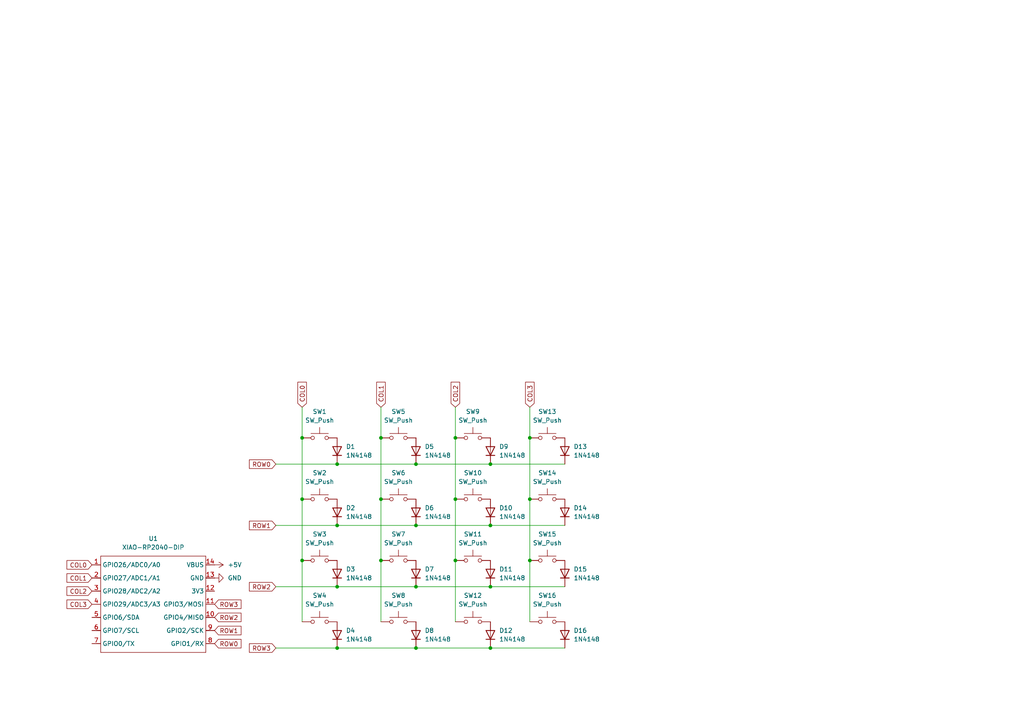
<source format=kicad_sch>
(kicad_sch (version 20231120) (generator "eeschema") (generator_version "8.0")
  (paper "A4")
  (lib_symbols
    (symbol "Diode:1N4148" (pin_numbers hide) (pin_names hide)
      (property "Reference" "D" (at 0 2.54 0))
      (property "Value" "1N4148" (at 0 -2.54 0))
      (symbol "1N4148_0_1"
        (polyline (pts (xy -1.27 1.27) (xy -1.27 -1.27)) (stroke (width 0.254)))
        (polyline (pts (xy 1.27 0) (xy -1.27 0)))
        (polyline (pts (xy 1.27 1.27) (xy 1.27 -1.27) (xy -1.27 0) (xy 1.27 1.27)) (stroke (width 0.254)))
      )
      (symbol "1N4148_1_1"
        (pin passive line (at -3.81 0 0) (length 2.54) (name "K") (number "1"))
        (pin passive line (at 3.81 0 180) (length 2.54) (name "A") (number "2"))
      )
    )
    (symbol "OPL:XIAO-RP2040-DIP"
      (property "Reference" "U" (at 0 0 0))
      (property "Value" "XIAO-RP2040-DIP" (at 5.334 -1.778 0))
      (symbol "XIAO-RP2040-DIP_1_0"
        (polyline (pts (xy -1.27 -30.48) (xy -1.27 -16.51)) (stroke (width 0.1524)))
        (polyline (pts (xy -1.27 -27.94) (xy -2.54 -27.94)) (stroke (width 0.1524)))
        (polyline (pts (xy -1.27 -24.13) (xy -2.54 -24.13)) (stroke (width 0.1524)))
        (polyline (pts (xy -1.27 -20.32) (xy -2.54 -20.32)) (stroke (width 0.1524)))
        (polyline (pts (xy -1.27 -16.51) (xy -2.54 -16.51)) (stroke (width 0.1524)))
        (polyline (pts (xy -1.27 -16.51) (xy -1.27 -12.7)) (stroke (width 0.1524)))
        (polyline (pts (xy -1.27 -12.7) (xy -2.54 -12.7)) (stroke (width 0.1524)))
        (polyline (pts (xy -1.27 -12.7) (xy -1.27 -8.89)) (stroke (width 0.1524)))
        (polyline (pts (xy -1.27 -8.89) (xy -2.54 -8.89)) (stroke (width 0.1524)))
        (polyline (pts (xy -1.27 -8.89) (xy -1.27 -5.08)) (stroke (width 0.1524)))
        (polyline (pts (xy -1.27 -5.08) (xy -2.54 -5.08)) (stroke (width 0.1524)))
        (polyline (pts (xy -1.27 -5.08) (xy -1.27 -2.54)) (stroke (width 0.1524)))
        (polyline (pts (xy -1.27 -2.54) (xy 29.21 -2.54)) (stroke (width 0.1524)))
        (polyline (pts (xy 29.21 -30.48) (xy -1.27 -30.48)) (stroke (width 0.1524)))
        (polyline (pts (xy 29.21 -12.7) (xy 29.21 -30.48)) (stroke (width 0.1524)))
        (polyline (pts (xy 29.21 -8.89) (xy 29.21 -12.7)) (stroke (width 0.1524)))
        (polyline (pts (xy 29.21 -5.08) (xy 29.21 -8.89)) (stroke (width 0.1524)))
        (polyline (pts (xy 29.21 -2.54) (xy 29.21 -5.08)) (stroke (width 0.1524)))
        (polyline (pts (xy 30.48 -27.94) (xy 29.21 -27.94)) (stroke (width 0.1524)))
        (polyline (pts (xy 30.48 -24.13) (xy 29.21 -24.13)) (stroke (width 0.1524)))
        (polyline (pts (xy 30.48 -20.32) (xy 29.21 -20.32)) (stroke (width 0.1524)))
        (polyline (pts (xy 30.48 -16.51) (xy 29.21 -16.51)) (stroke (width 0.1524)))
        (polyline (pts (xy 30.48 -12.7) (xy 29.21 -12.7)) (stroke (width 0.1524)))
        (polyline (pts (xy 30.48 -8.89) (xy 29.21 -8.89)) (stroke (width 0.1524)))
        (polyline (pts (xy 30.48 -5.08) (xy 29.21 -5.08)) (stroke (width 0.1524)))
        (pin passive line (at -3.81 -5.08 0) (length 2.54) (name "GPIO26/ADC0/A0") (number "1"))
        (pin passive line (at 31.75 -20.32 180) (length 2.54) (name "GPIO4/MISO") (number "10"))
        (pin passive line (at 31.75 -16.51 180) (length 2.54) (name "GPIO3/MOSI") (number "11"))
        (pin passive line (at 31.75 -12.7 180) (length 2.54) (name "3V3") (number "12"))
        (pin passive line (at 31.75 -8.89 180) (length 2.54) (name "GND") (number "13"))
        (pin passive line (at 31.75 -5.08 180) (length 2.54) (name "VBUS") (number "14"))
        (pin passive line (at -3.81 -8.89 0) (length 2.54) (name "GPIO27/ADC1/A1") (number "2"))
        (pin passive line (at -3.81 -12.7 0) (length 2.54) (name "GPIO28/ADC2/A2") (number "3"))
        (pin passive line (at -3.81 -16.51 0) (length 2.54) (name "GPIO29/ADC3/A3") (number "4"))
        (pin passive line (at -3.81 -20.32 0) (length 2.54) (name "GPIO6/SDA") (number "5"))
        (pin passive line (at -3.81 -24.13 0) (length 2.54) (name "GPIO7/SCL") (number "6"))
        (pin passive line (at -3.81 -27.94 0) (length 2.54) (name "GPIO0/TX") (number "7"))
        (pin passive line (at 31.75 -27.94 180) (length 2.54) (name "GPIO1/RX") (number "8"))
        (pin passive line (at 31.75 -24.13 180) (length 2.54) (name "GPIO2/SCK") (number "9"))
      )
    )
    (symbol "Switch:SW_Push" (pin_numbers hide) (pin_names (offset 1.016) hide)
      (property "Reference" "SW" (at 1.27 2.54 0))
      (property "Value" "SW_Push" (at 0 -1.524 0))
      (symbol "SW_Push_0_1"
        (circle (center -2.032 0) (radius 0.508))
        (polyline (pts (xy 0 1.27) (xy 0 3.048)))
        (polyline (pts (xy 2.54 1.27) (xy -2.54 1.27)))
        (circle (center 2.032 0) (radius 0.508))
        (pin passive line (at -5.08 0 0) (length 2.54) (name "1") (number "1"))
        (pin passive line (at 5.08 0 180) (length 2.54) (name "2") (number "2"))
      )
    )
    (symbol "power:+5V" (power) (pin_numbers hide) (pin_names (offset 0) hide)
      (property "Value" "+5V" (at 0 3.556 0))
      (symbol "+5V_0_1"
        (polyline (pts (xy -0.762 1.27) (xy 0 2.54)))
        (polyline (pts (xy 0 0) (xy 0 2.54)))
        (polyline (pts (xy 0 2.54) (xy 0.762 1.27)))
      )
      (symbol "+5V_1_1"
        (pin power_in line (at 0 0 90) (length 0) (name "~") (number "1"))
      )
    )
    (symbol "power:GND" (power) (pin_numbers hide) (pin_names (offset 0) hide)
      (property "Value" "GND" (at 0 -3.81 0))
      (symbol "GND_0_1"
        (polyline (pts (xy 0 0) (xy 0 -1.27) (xy 1.27 -1.27) (xy 0 -2.54) (xy -1.27 -1.27) (xy 0 -1.27)))
      )
      (symbol "GND_1_1"
        (pin power_in line (at 0 0 270) (length 0) (name "~") (number "1"))
      )
    )
  )
  (junction (at 120.65 170.18))
  (junction (at 153.67 127))
  (junction (at 97.79 187.96))
  (junction (at 153.67 162.56))
  (junction (at 132.08 144.78))
  (junction (at 87.63 127))
  (junction (at 120.65 134.62))
  (junction (at 110.49 162.56))
  (junction (at 142.24 134.62))
  (junction (at 132.08 127))
  (junction (at 120.65 187.96))
  (junction (at 110.49 127))
  (junction (at 97.79 152.4))
  (junction (at 142.24 170.18))
  (junction (at 110.49 144.78))
  (junction (at 153.67 144.78))
  (junction (at 142.24 152.4))
  (junction (at 87.63 162.56))
  (junction (at 132.08 162.56))
  (junction (at 142.24 187.96))
  (junction (at 87.63 144.78))
  (junction (at 120.65 152.4))
  (junction (at 97.79 170.18))
  (junction (at 97.79 134.62))
  (wire (pts (xy 110.49 118.11) (xy 110.49 127)))
  (wire (pts (xy 132.08 162.56) (xy 132.08 180.34)))
  (wire (pts (xy 97.79 152.4) (xy 120.65 152.4)))
  (wire (pts (xy 142.24 187.96) (xy 163.83 187.96)))
  (wire (pts (xy 80.01 170.18) (xy 97.79 170.18)))
  (wire (pts (xy 132.08 144.78) (xy 132.08 162.56)))
  (wire (pts (xy 142.24 134.62) (xy 163.83 134.62)))
  (wire (pts (xy 87.63 127) (xy 87.63 144.78)))
  (wire (pts (xy 142.24 152.4) (xy 163.83 152.4)))
  (wire (pts (xy 153.67 118.11) (xy 153.67 127)))
  (wire (pts (xy 97.79 187.96) (xy 120.65 187.96)))
  (wire (pts (xy 132.08 127) (xy 132.08 144.78)))
  (wire (pts (xy 120.65 152.4) (xy 142.24 152.4)))
  (wire (pts (xy 120.65 134.62) (xy 142.24 134.62)))
  (wire (pts (xy 110.49 162.56) (xy 110.49 180.34)))
  (wire (pts (xy 80.01 152.4) (xy 97.79 152.4)))
  (wire (pts (xy 87.63 162.56) (xy 87.63 180.34)))
  (wire (pts (xy 153.67 162.56) (xy 153.67 180.34)))
  (wire (pts (xy 120.65 187.96) (xy 142.24 187.96)))
  (wire (pts (xy 87.63 144.78) (xy 87.63 162.56)))
  (wire (pts (xy 110.49 144.78) (xy 110.49 162.56)))
  (wire (pts (xy 153.67 144.78) (xy 153.67 162.56)))
  (wire (pts (xy 153.67 127) (xy 153.67 144.78)))
  (wire (pts (xy 80.01 134.62) (xy 97.79 134.62)))
  (wire (pts (xy 80.01 187.96) (xy 97.79 187.96)))
  (wire (pts (xy 132.08 118.11) (xy 132.08 127)))
  (wire (pts (xy 110.49 127) (xy 110.49 144.78)))
  (wire (pts (xy 120.65 170.18) (xy 142.24 170.18)))
  (wire (pts (xy 87.63 118.11) (xy 87.63 127)))
  (wire (pts (xy 97.79 170.18) (xy 120.65 170.18)))
  (wire (pts (xy 97.79 134.62) (xy 120.65 134.62)))
  (wire (pts (xy 142.24 170.18) (xy 163.83 170.18)))
  (global_label "ROW3" (shape input) (at 62.23 175.26 0) (property "Intersheetrefs" "${INTERSHEET_REFS}" (effects (hide yes))))
  (global_label "COL1" (shape input) (at 26.67 167.64 180) (property "Intersheetrefs" "${INTERSHEET_REFS}" (effects (hide yes))))
  (global_label "ROW1" (shape input) (at 62.23 182.88 0) (property "Intersheetrefs" "${INTERSHEET_REFS}" (effects (hide yes))))
  (global_label "ROW2" (shape input) (at 62.23 179.07 0) (property "Intersheetrefs" "${INTERSHEET_REFS}" (effects (hide yes))))
  (global_label "COL2" (shape input) (at 26.67 171.45 180) (property "Intersheetrefs" "${INTERSHEET_REFS}" (effects (hide yes))))
  (global_label "COL2" (shape input) (at 132.08 118.11 90) (property "Intersheetrefs" "${INTERSHEET_REFS}" (effects (hide yes))))
  (global_label "COL0" (shape input) (at 87.63 118.11 90) (property "Intersheetrefs" "${INTERSHEET_REFS}" (effects (hide yes))))
  (global_label "COL0" (shape input) (at 26.67 163.83 180) (property "Intersheetrefs" "${INTERSHEET_REFS}" (effects (hide yes))))
  (global_label "COL3" (shape input) (at 26.67 175.26 180) (property "Intersheetrefs" "${INTERSHEET_REFS}" (effects (hide yes))))
  (global_label "ROW2" (shape input) (at 80.01 170.18 180) (property "Intersheetrefs" "${INTERSHEET_REFS}" (effects (hide yes))))
  (global_label "ROW3" (shape input) (at 80.01 187.96 180) (property "Intersheetrefs" "${INTERSHEET_REFS}" (effects (hide yes))))
  (global_label "COL3" (shape input) (at 153.67 118.11 90) (property "Intersheetrefs" "${INTERSHEET_REFS}" (effects (hide yes))))
  (global_label "ROW1" (shape input) (at 80.01 152.4 180) (property "Intersheetrefs" "${INTERSHEET_REFS}" (effects (hide yes))))
  (global_label "ROW0" (shape input) (at 80.01 134.62 180) (property "Intersheetrefs" "${INTERSHEET_REFS}" (effects (hide yes))))
  (global_label "ROW0" (shape input) (at 62.23 186.69 0) (property "Intersheetrefs" "${INTERSHEET_REFS}" (effects (hide yes))))
  (global_label "COL1" (shape input) (at 110.49 118.11 90) (property "Intersheetrefs" "${INTERSHEET_REFS}" (effects (hide yes))))
  (symbol (lib_id "Switch:SW_Push") (at 137.16 162.56 0) (unit 1)
    (property "Reference" "SW11" (at 137.16 154.94 0))
    (property "Value" "SW_Push" (at 137.16 157.48 0))
    (property "Footprint" "Button_Switch_Keyboard:SW_Cherry_MX_1.00u_PCB" (effects (hide yes)))
    (property "Description" "Push button switch, generic, two pins" (effects (hide yes)))
  )
  (symbol (lib_id "Diode:1N4148") (at 97.79 130.81 90) (unit 1)
    (property "Reference" "D1" (at 100.33 129.5399 90) (effects (justify right)))
    (property "Value" "1N4148" (at 100.33 132.0799 90) (effects (justify right)))
    (property "Footprint" "Diode_THT:D_DO-35_SOD27_P7.62mm_Horizontal" (effects (hide yes)))
    (property "Datasheet" "https://assets.nexperia.com/documents/data-sheet/1N4148_1N4448.pdf" (effects (hide yes)))
    (property "Description" "100V 0.15A standard switching diode, DO-35" (effects (hide yes)))
    (property "Sim.Device" "D" (effects (hide yes)))
    (property "Sim.Pins" "1=K 2=A" (effects (hide yes)))
  )
  (symbol (lib_id "Switch:SW_Push") (at 92.71 180.34 0) (unit 1)
    (property "Reference" "SW4" (at 92.71 172.72 0))
    (property "Value" "SW_Push" (at 92.71 175.26 0))
    (property "Footprint" "Button_Switch_Keyboard:SW_Cherry_MX_1.00u_PCB" (effects (hide yes)))
    (property "Description" "Push button switch, generic, two pins" (effects (hide yes)))
  )
  (symbol (lib_id "Diode:1N4148") (at 97.79 166.37 90) (unit 1)
    (property "Reference" "D3" (at 100.33 165.0999 90) (effects (justify right)))
    (property "Value" "1N4148" (at 100.33 167.6399 90) (effects (justify right)))
    (property "Footprint" "Diode_THT:D_DO-35_SOD27_P7.62mm_Horizontal" (effects (hide yes)))
    (property "Datasheet" "https://assets.nexperia.com/documents/data-sheet/1N4148_1N4448.pdf" (effects (hide yes)))
    (property "Description" "100V 0.15A standard switching diode, DO-35" (effects (hide yes)))
    (property "Sim.Device" "D" (effects (hide yes)))
    (property "Sim.Pins" "1=K 2=A" (effects (hide yes)))
  )
  (symbol (lib_id "OPL:XIAO-RP2040-DIP") (at 30.48 158.75 0) (unit 1)
    (property "Reference" "U1" (at 44.45 156.21 0))
    (property "Value" "XIAO-RP2040-DIP" (at 44.45 158.75 0))
    (property "Footprint" "OPL:XIAO-RP2040-DIP" (effects (hide yes)))
  )
  (symbol (lib_id "Diode:1N4148") (at 97.79 184.15 90) (unit 1)
    (property "Reference" "D4" (at 100.33 182.8799 90) (effects (justify right)))
    (property "Value" "1N4148" (at 100.33 185.4199 90) (effects (justify right)))
    (property "Footprint" "Diode_THT:D_DO-35_SOD27_P7.62mm_Horizontal" (effects (hide yes)))
    (property "Datasheet" "https://assets.nexperia.com/documents/data-sheet/1N4148_1N4448.pdf" (effects (hide yes)))
    (property "Description" "100V 0.15A standard switching diode, DO-35" (effects (hide yes)))
    (property "Sim.Device" "D" (effects (hide yes)))
    (property "Sim.Pins" "1=K 2=A" (effects (hide yes)))
  )
  (symbol (lib_id "Diode:1N4148") (at 97.79 148.59 90) (unit 1)
    (property "Reference" "D2" (at 100.33 147.3199 90) (effects (justify right)))
    (property "Value" "1N4148" (at 100.33 149.8599 90) (effects (justify right)))
    (property "Footprint" "Diode_THT:D_DO-35_SOD27_P7.62mm_Horizontal" (effects (hide yes)))
    (property "Datasheet" "https://assets.nexperia.com/documents/data-sheet/1N4148_1N4448.pdf" (effects (hide yes)))
    (property "Description" "100V 0.15A standard switching diode, DO-35" (effects (hide yes)))
    (property "Sim.Device" "D" (effects (hide yes)))
    (property "Sim.Pins" "1=K 2=A" (effects (hide yes)))
  )
  (symbol (lib_id "Switch:SW_Push") (at 137.16 180.34 0) (unit 1)
    (property "Reference" "SW12" (at 137.16 172.72 0))
    (property "Value" "SW_Push" (at 137.16 175.26 0))
    (property "Footprint" "Button_Switch_Keyboard:SW_Cherry_MX_1.00u_PCB" (effects (hide yes)))
    (property "Description" "Push button switch, generic, two pins" (effects (hide yes)))
  )
  (symbol (lib_id "Switch:SW_Push") (at 158.75 127 0) (unit 1)
    (property "Reference" "SW13" (at 158.75 119.38 0))
    (property "Value" "SW_Push" (at 158.75 121.92 0))
    (property "Footprint" "Button_Switch_Keyboard:SW_Cherry_MX_1.00u_PCB" (effects (hide yes)))
    (property "Description" "Push button switch, generic, two pins" (effects (hide yes)))
  )
  (symbol (lib_id "Switch:SW_Push") (at 158.75 162.56 0) (unit 1)
    (property "Reference" "SW15" (at 158.75 154.94 0))
    (property "Value" "SW_Push" (at 158.75 157.48 0))
    (property "Footprint" "Button_Switch_Keyboard:SW_Cherry_MX_1.00u_PCB" (effects (hide yes)))
    (property "Description" "Push button switch, generic, two pins" (effects (hide yes)))
  )
  (symbol (lib_id "Switch:SW_Push") (at 158.75 180.34 0) (unit 1)
    (property "Reference" "SW16" (at 158.75 172.72 0))
    (property "Value" "SW_Push" (at 158.75 175.26 0))
    (property "Footprint" "Button_Switch_Keyboard:SW_Cherry_MX_1.00u_PCB" (effects (hide yes)))
    (property "Description" "Push button switch, generic, two pins" (effects (hide yes)))
  )
  (symbol (lib_id "Diode:1N4148") (at 142.24 130.81 90) (unit 1)
    (property "Reference" "D9" (at 144.78 129.5399 90) (effects (justify right)))
    (property "Value" "1N4148" (at 144.78 132.0799 90) (effects (justify right)))
    (property "Footprint" "Diode_THT:D_DO-35_SOD27_P7.62mm_Horizontal" (effects (hide yes)))
    (property "Datasheet" "https://assets.nexperia.com/documents/data-sheet/1N4148_1N4448.pdf" (effects (hide yes)))
    (property "Description" "100V 0.15A standard switching diode, DO-35" (effects (hide yes)))
    (property "Sim.Device" "D" (effects (hide yes)))
    (property "Sim.Pins" "1=K 2=A" (effects (hide yes)))
  )
  (symbol (lib_id "Diode:1N4148") (at 142.24 166.37 90) (unit 1)
    (property "Reference" "D11" (at 144.78 165.0999 90) (effects (justify right)))
    (property "Value" "1N4148" (at 144.78 167.6399 90) (effects (justify right)))
    (property "Footprint" "Diode_THT:D_DO-35_SOD27_P7.62mm_Horizontal" (effects (hide yes)))
    (property "Datasheet" "https://assets.nexperia.com/documents/data-sheet/1N4148_1N4448.pdf" (effects (hide yes)))
    (property "Description" "100V 0.15A standard switching diode, DO-35" (effects (hide yes)))
    (property "Sim.Device" "D" (effects (hide yes)))
    (property "Sim.Pins" "1=K 2=A" (effects (hide yes)))
  )
  (symbol (lib_id "Switch:SW_Push") (at 137.16 144.78 0) (unit 1)
    (property "Reference" "SW10" (at 137.16 137.16 0))
    (property "Value" "SW_Push" (at 137.16 139.7 0))
    (property "Footprint" "Button_Switch_Keyboard:SW_Cherry_MX_1.00u_PCB" (effects (hide yes)))
    (property "Description" "Push button switch, generic, two pins" (effects (hide yes)))
  )
  (symbol (lib_id "Switch:SW_Push") (at 137.16 127 0) (unit 1)
    (property "Reference" "SW9" (at 137.16 119.38 0))
    (property "Value" "SW_Push" (at 137.16 121.92 0))
    (property "Footprint" "Button_Switch_Keyboard:SW_Cherry_MX_1.00u_PCB" (effects (hide yes)))
    (property "Description" "Push button switch, generic, two pins" (effects (hide yes)))
  )
  (symbol (lib_id "Diode:1N4148") (at 163.83 148.59 90) (unit 1)
    (property "Reference" "D14" (at 166.37 147.3199 90) (effects (justify right)))
    (property "Value" "1N4148" (at 166.37 149.8599 90) (effects (justify right)))
    (property "Footprint" "Diode_THT:D_DO-35_SOD27_P7.62mm_Horizontal" (effects (hide yes)))
    (property "Datasheet" "https://assets.nexperia.com/documents/data-sheet/1N4148_1N4448.pdf" (effects (hide yes)))
    (property "Description" "100V 0.15A standard switching diode, DO-35" (effects (hide yes)))
    (property "Sim.Device" "D" (effects (hide yes)))
    (property "Sim.Pins" "1=K 2=A" (effects (hide yes)))
  )
  (symbol (lib_id "Diode:1N4148") (at 120.65 184.15 90) (unit 1)
    (property "Reference" "D8" (at 123.19 182.8799 90) (effects (justify right)))
    (property "Value" "1N4148" (at 123.19 185.4199 90) (effects (justify right)))
    (property "Footprint" "Diode_THT:D_DO-35_SOD27_P7.62mm_Horizontal" (effects (hide yes)))
    (property "Datasheet" "https://assets.nexperia.com/documents/data-sheet/1N4148_1N4448.pdf" (effects (hide yes)))
    (property "Description" "100V 0.15A standard switching diode, DO-35" (effects (hide yes)))
    (property "Sim.Device" "D" (effects (hide yes)))
    (property "Sim.Pins" "1=K 2=A" (effects (hide yes)))
  )
  (symbol (lib_id "Switch:SW_Push") (at 115.57 162.56 0) (unit 1)
    (property "Reference" "SW7" (at 115.57 154.94 0))
    (property "Value" "SW_Push" (at 115.57 157.48 0))
    (property "Footprint" "Button_Switch_Keyboard:SW_Cherry_MX_1.00u_PCB" (effects (hide yes)))
    (property "Description" "Push button switch, generic, two pins" (effects (hide yes)))
  )
  (symbol (lib_id "power:+5V") (at 62.23 163.83 270) (unit 1)
    (property "Reference" "#PWR03" (effects (hide yes)))
    (property "Value" "+5V" (at 66.04 163.8299 90) (effects (justify left)))
    (property "Description" "Power symbol creates a global label with name \"+5V\"" (effects (hide yes)))
  )
  (symbol (lib_id "Switch:SW_Push") (at 115.57 180.34 0) (unit 1)
    (property "Reference" "SW8" (at 115.57 172.72 0))
    (property "Value" "SW_Push" (at 115.57 175.26 0))
    (property "Footprint" "Button_Switch_Keyboard:SW_Cherry_MX_2.00u_PCB" (effects (hide yes)))
    (property "Description" "Push button switch, generic, two pins" (effects (hide yes)))
  )
  (symbol (lib_id "Diode:1N4148") (at 163.83 130.81 90) (unit 1)
    (property "Reference" "D13" (at 166.37 129.5399 90) (effects (justify right)))
    (property "Value" "1N4148" (at 166.37 132.0799 90) (effects (justify right)))
    (property "Footprint" "Diode_THT:D_DO-35_SOD27_P7.62mm_Horizontal" (effects (hide yes)))
    (property "Datasheet" "https://assets.nexperia.com/documents/data-sheet/1N4148_1N4448.pdf" (effects (hide yes)))
    (property "Description" "100V 0.15A standard switching diode, DO-35" (effects (hide yes)))
    (property "Sim.Device" "D" (effects (hide yes)))
    (property "Sim.Pins" "1=K 2=A" (effects (hide yes)))
  )
  (symbol (lib_id "Switch:SW_Push") (at 158.75 144.78 0) (unit 1)
    (property "Reference" "SW14" (at 158.75 137.16 0))
    (property "Value" "SW_Push" (at 158.75 139.7 0))
    (property "Footprint" "Button_Switch_Keyboard:SW_Cherry_MX_1.00u_PCB" (effects (hide yes)))
    (property "Description" "Push button switch, generic, two pins" (effects (hide yes)))
  )
  (symbol (lib_id "Diode:1N4148") (at 163.83 184.15 90) (unit 1)
    (property "Reference" "D16" (at 166.37 182.8799 90) (effects (justify right)))
    (property "Value" "1N4148" (at 166.37 185.4199 90) (effects (justify right)))
    (property "Footprint" "Diode_THT:D_DO-35_SOD27_P7.62mm_Horizontal" (effects (hide yes)))
    (property "Datasheet" "https://assets.nexperia.com/documents/data-sheet/1N4148_1N4448.pdf" (effects (hide yes)))
    (property "Description" "100V 0.15A standard switching diode, DO-35" (effects (hide yes)))
    (property "Sim.Device" "D" (effects (hide yes)))
    (property "Sim.Pins" "1=K 2=A" (effects (hide yes)))
  )
  (symbol (lib_id "Switch:SW_Push") (at 92.71 144.78 0) (unit 1)
    (property "Reference" "SW2" (at 92.71 137.16 0))
    (property "Value" "SW_Push" (at 92.71 139.7 0))
    (property "Footprint" "Button_Switch_Keyboard:SW_Cherry_MX_1.00u_PCB" (effects (hide yes)))
    (property "Description" "Push button switch, generic, two pins" (effects (hide yes)))
  )
  (symbol (lib_id "Switch:SW_Push") (at 115.57 127 0) (unit 1)
    (property "Reference" "SW5" (at 115.57 119.38 0))
    (property "Value" "SW_Push" (at 115.57 121.92 0))
    (property "Footprint" "Button_Switch_Keyboard:SW_Cherry_MX_1.00u_PCB" (effects (hide yes)))
    (property "Description" "Push button switch, generic, two pins" (effects (hide yes)))
  )
  (symbol (lib_id "Diode:1N4148") (at 142.24 184.15 90) (unit 1)
    (property "Reference" "D12" (at 144.78 182.8799 90) (effects (justify right)))
    (property "Value" "1N4148" (at 144.78 185.4199 90) (effects (justify right)))
    (property "Footprint" "Diode_THT:D_DO-35_SOD27_P7.62mm_Horizontal" (effects (hide yes)))
    (property "Datasheet" "https://assets.nexperia.com/documents/data-sheet/1N4148_1N4448.pdf" (effects (hide yes)))
    (property "Description" "100V 0.15A standard switching diode, DO-35" (effects (hide yes)))
    (property "Sim.Device" "D" (effects (hide yes)))
    (property "Sim.Pins" "1=K 2=A" (effects (hide yes)))
  )
  (symbol (lib_id "Switch:SW_Push") (at 115.57 144.78 0) (unit 1)
    (property "Reference" "SW6" (at 115.57 137.16 0))
    (property "Value" "SW_Push" (at 115.57 139.7 0))
    (property "Footprint" "Button_Switch_Keyboard:SW_Cherry_MX_1.00u_PCB" (effects (hide yes)))
    (property "Description" "Push button switch, generic, two pins" (effects (hide yes)))
  )
  (symbol (lib_id "Switch:SW_Push") (at 92.71 162.56 0) (unit 1)
    (property "Reference" "SW3" (at 92.71 154.94 0))
    (property "Value" "SW_Push" (at 92.71 157.48 0))
    (property "Footprint" "Button_Switch_Keyboard:SW_Cherry_MX_1.00u_PCB" (effects (hide yes)))
    (property "Description" "Push button switch, generic, two pins" (effects (hide yes)))
  )
  (symbol (lib_id "Diode:1N4148") (at 142.24 148.59 90) (unit 1)
    (property "Reference" "D10" (at 144.78 147.3199 90) (effects (justify right)))
    (property "Value" "1N4148" (at 144.78 149.8599 90) (effects (justify right)))
    (property "Footprint" "Diode_THT:D_DO-35_SOD27_P7.62mm_Horizontal" (effects (hide yes)))
    (property "Datasheet" "https://assets.nexperia.com/documents/data-sheet/1N4148_1N4448.pdf" (effects (hide yes)))
    (property "Description" "100V 0.15A standard switching diode, DO-35" (effects (hide yes)))
    (property "Sim.Device" "D" (effects (hide yes)))
    (property "Sim.Pins" "1=K 2=A" (effects (hide yes)))
  )
  (symbol (lib_id "Diode:1N4148") (at 120.65 130.81 90) (unit 1)
    (property "Reference" "D5" (at 123.19 129.5399 90) (effects (justify right)))
    (property "Value" "1N4148" (at 123.19 132.0799 90) (effects (justify right)))
    (property "Footprint" "Diode_THT:D_DO-35_SOD27_P7.62mm_Horizontal" (effects (hide yes)))
    (property "Datasheet" "https://assets.nexperia.com/documents/data-sheet/1N4148_1N4448.pdf" (effects (hide yes)))
    (property "Description" "100V 0.15A standard switching diode, DO-35" (effects (hide yes)))
    (property "Sim.Device" "D" (effects (hide yes)))
    (property "Sim.Pins" "1=K 2=A" (effects (hide yes)))
  )
  (symbol (lib_id "Diode:1N4148") (at 163.83 166.37 90) (unit 1)
    (property "Reference" "D15" (at 166.37 165.0999 90) (effects (justify right)))
    (property "Value" "1N4148" (at 166.37 167.6399 90) (effects (justify right)))
    (property "Footprint" "Diode_THT:D_DO-35_SOD27_P7.62mm_Horizontal" (effects (hide yes)))
    (property "Datasheet" "https://assets.nexperia.com/documents/data-sheet/1N4148_1N4448.pdf" (effects (hide yes)))
    (property "Description" "100V 0.15A standard switching diode, DO-35" (effects (hide yes)))
    (property "Sim.Device" "D" (effects (hide yes)))
    (property "Sim.Pins" "1=K 2=A" (effects (hide yes)))
  )
  (symbol (lib_id "Diode:1N4148") (at 120.65 148.59 90) (unit 1)
    (property "Reference" "D6" (at 123.19 147.3199 90) (effects (justify right)))
    (property "Value" "1N4148" (at 123.19 149.8599 90) (effects (justify right)))
    (property "Footprint" "Diode_THT:D_DO-35_SOD27_P7.62mm_Horizontal" (effects (hide yes)))
    (property "Datasheet" "https://assets.nexperia.com/documents/data-sheet/1N4148_1N4448.pdf" (effects (hide yes)))
    (property "Description" "100V 0.15A standard switching diode, DO-35" (effects (hide yes)))
    (property "Sim.Device" "D" (effects (hide yes)))
    (property "Sim.Pins" "1=K 2=A" (effects (hide yes)))
  )
  (symbol (lib_id "power:GND") (at 62.23 167.64 90) (unit 1)
    (property "Reference" "#PWR02" (effects (hide yes)))
    (property "Value" "GND" (at 66.04 167.6399 90) (effects (justify right)))
    (property "Description" "Power symbol creates a global label with name \"GND\" , ground" (effects (hide yes)))
  )
  (symbol (lib_id "Switch:SW_Push") (at 92.71 127 0) (unit 1)
    (property "Reference" "SW1" (at 92.71 119.38 0))
    (property "Value" "SW_Push" (at 92.71 121.92 0))
    (property "Footprint" "Button_Switch_Keyboard:SW_Cherry_MX_1.00u_PCB" (effects (hide yes)))
    (property "Description" "Push button switch, generic, two pins" (effects (hide yes)))
  )
  (symbol (lib_id "Diode:1N4148") (at 120.65 166.37 90) (unit 1)
    (property "Reference" "D7" (at 123.19 165.0999 90) (effects (justify right)))
    (property "Value" "1N4148" (at 123.19 167.6399 90) (effects (justify right)))
    (property "Footprint" "Diode_THT:D_DO-35_SOD27_P7.62mm_Horizontal" (effects (hide yes)))
    (property "Datasheet" "https://assets.nexperia.com/documents/data-sheet/1N4148_1N4448.pdf" (effects (hide yes)))
    (property "Description" "100V 0.15A standard switching diode, DO-35" (effects (hide yes)))
    (property "Sim.Device" "D" (effects (hide yes)))
    (property "Sim.Pins" "1=K 2=A" (effects (hide yes)))
  )
)
</source>
